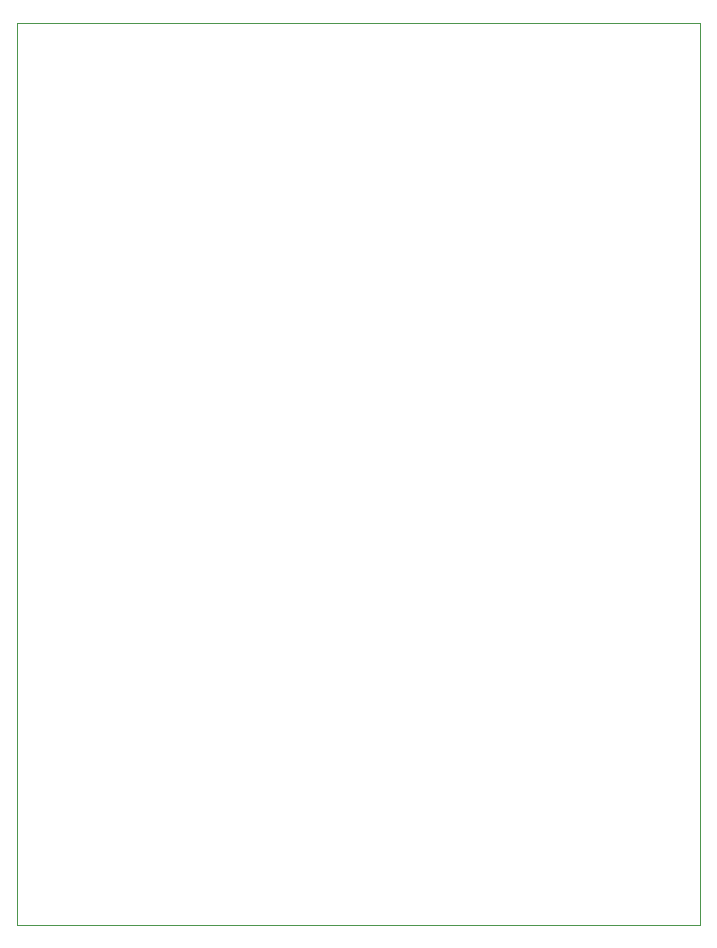
<source format=gbr>
%TF.GenerationSoftware,KiCad,Pcbnew,(5.1.10)-1*%
%TF.CreationDate,2022-03-11T11:42:31-05:00*%
%TF.ProjectId,PiShield,50695368-6965-46c6-942e-6b696361645f,rev?*%
%TF.SameCoordinates,Original*%
%TF.FileFunction,Profile,NP*%
%FSLAX46Y46*%
G04 Gerber Fmt 4.6, Leading zero omitted, Abs format (unit mm)*
G04 Created by KiCad (PCBNEW (5.1.10)-1) date 2022-03-11 11:42:31*
%MOMM*%
%LPD*%
G01*
G04 APERTURE LIST*
%TA.AperFunction,Profile*%
%ADD10C,0.050000*%
%TD*%
G04 APERTURE END LIST*
D10*
X170479720Y-115500000D02*
X170479720Y-39110920D01*
X228250000Y-115500000D02*
X170479720Y-115500000D01*
X170479720Y-39110920D02*
X228250000Y-39110920D01*
X228250000Y-39110920D02*
X228250000Y-115500000D01*
M02*

</source>
